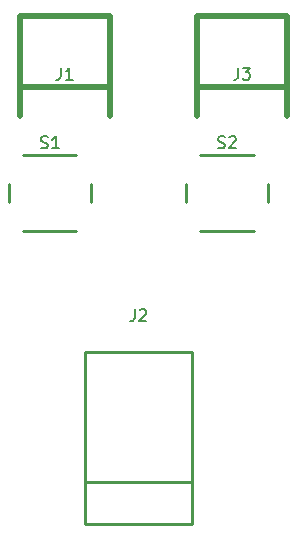
<source format=gbr>
G04 #@! TF.GenerationSoftware,KiCad,Pcbnew,(5.0.2)-1*
G04 #@! TF.CreationDate,2021-07-15T21:47:40+01:00*
G04 #@! TF.ProjectId,KICAD-CN-BAS2-03-03,4b494341-442d-4434-9e2d-424153322d30,rev?*
G04 #@! TF.SameCoordinates,Original*
G04 #@! TF.FileFunction,Legend,Top*
G04 #@! TF.FilePolarity,Positive*
%FSLAX46Y46*%
G04 Gerber Fmt 4.6, Leading zero omitted, Abs format (unit mm)*
G04 Created by KiCad (PCBNEW (5.0.2)-1) date 15/07/2021 21:47:40*
%MOMM*%
%LPD*%
G01*
G04 APERTURE LIST*
%ADD10C,0.500000*%
%ADD11C,0.250000*%
%ADD12C,0.150000*%
G04 APERTURE END LIST*
D10*
G04 #@! TO.C,J1*
X-10040000Y12015000D02*
X-10040000Y20515000D01*
X-2420000Y12015000D02*
X-2420000Y20515000D01*
X-10040000Y14515000D02*
X-2420000Y14515000D01*
X-10040000Y20515000D02*
X-2420000Y20515000D01*
D11*
G04 #@! TO.C,J2*
X-4500880Y-19000500D02*
X4500880Y-19000500D01*
X-4500880Y-22500620D02*
X4500880Y-22500620D01*
X4500880Y-22500620D02*
X4500880Y-7999760D01*
X4500880Y-7999760D02*
X-4500880Y-7999760D01*
X-4500880Y-7999760D02*
X-4500880Y-22500620D01*
D10*
G04 #@! TO.C,J3*
X4960000Y20515000D02*
X12580000Y20515000D01*
X4960000Y14515000D02*
X12580000Y14515000D01*
X12580000Y12015000D02*
X12580000Y20515000D01*
X4960000Y12015000D02*
X4960000Y20515000D01*
D11*
G04 #@! TO.C,S1*
X-9750000Y2250000D02*
X-5250000Y2250000D01*
X-11000000Y6250000D02*
X-11000000Y4750000D01*
X-5250000Y8750000D02*
X-9750000Y8750000D01*
X-4000000Y4750000D02*
X-4000000Y6250000D01*
G04 #@! TO.C,S2*
X11000000Y4750000D02*
X11000000Y6250000D01*
X9750000Y8750000D02*
X5250000Y8750000D01*
X4000000Y6250000D02*
X4000000Y4750000D01*
X5250000Y2250000D02*
X9750000Y2250000D01*
G04 #@! TO.C,J1*
D12*
X-6563333Y16102619D02*
X-6563333Y15388333D01*
X-6610952Y15245476D01*
X-6706190Y15150238D01*
X-6849047Y15102619D01*
X-6944285Y15102619D01*
X-5563333Y15102619D02*
X-6134761Y15102619D01*
X-5849047Y15102619D02*
X-5849047Y16102619D01*
X-5944285Y15959761D01*
X-6039523Y15864523D01*
X-6134761Y15816904D01*
G04 #@! TO.C,J2*
X-333333Y-4353340D02*
X-333333Y-5067626D01*
X-380952Y-5210483D01*
X-476190Y-5305721D01*
X-619047Y-5353340D01*
X-714285Y-5353340D01*
X95238Y-4448579D02*
X142857Y-4400960D01*
X238095Y-4353340D01*
X476190Y-4353340D01*
X571428Y-4400960D01*
X619047Y-4448579D01*
X666666Y-4543817D01*
X666666Y-4639055D01*
X619047Y-4781912D01*
X47619Y-5353340D01*
X666666Y-5353340D01*
G04 #@! TO.C,J3*
X8436666Y16102619D02*
X8436666Y15388333D01*
X8389047Y15245476D01*
X8293809Y15150238D01*
X8150952Y15102619D01*
X8055714Y15102619D01*
X8817619Y16102619D02*
X9436666Y16102619D01*
X9103333Y15721666D01*
X9246190Y15721666D01*
X9341428Y15674047D01*
X9389047Y15626428D01*
X9436666Y15531190D01*
X9436666Y15293095D01*
X9389047Y15197857D01*
X9341428Y15150238D01*
X9246190Y15102619D01*
X8960476Y15102619D01*
X8865238Y15150238D01*
X8817619Y15197857D01*
G04 #@! TO.C,S1*
X-8261904Y9345238D02*
X-8119047Y9297619D01*
X-7880952Y9297619D01*
X-7785714Y9345238D01*
X-7738095Y9392857D01*
X-7690476Y9488095D01*
X-7690476Y9583333D01*
X-7738095Y9678571D01*
X-7785714Y9726190D01*
X-7880952Y9773809D01*
X-8071428Y9821428D01*
X-8166666Y9869047D01*
X-8214285Y9916666D01*
X-8261904Y10011904D01*
X-8261904Y10107142D01*
X-8214285Y10202380D01*
X-8166666Y10250000D01*
X-8071428Y10297619D01*
X-7833333Y10297619D01*
X-7690476Y10250000D01*
X-6738095Y9297619D02*
X-7309523Y9297619D01*
X-7023809Y9297619D02*
X-7023809Y10297619D01*
X-7119047Y10154761D01*
X-7214285Y10059523D01*
X-7309523Y10011904D01*
G04 #@! TO.C,S2*
X6738095Y9345238D02*
X6880952Y9297619D01*
X7119047Y9297619D01*
X7214285Y9345238D01*
X7261904Y9392857D01*
X7309523Y9488095D01*
X7309523Y9583333D01*
X7261904Y9678571D01*
X7214285Y9726190D01*
X7119047Y9773809D01*
X6928571Y9821428D01*
X6833333Y9869047D01*
X6785714Y9916666D01*
X6738095Y10011904D01*
X6738095Y10107142D01*
X6785714Y10202380D01*
X6833333Y10250000D01*
X6928571Y10297619D01*
X7166666Y10297619D01*
X7309523Y10250000D01*
X7690476Y10202380D02*
X7738095Y10250000D01*
X7833333Y10297619D01*
X8071428Y10297619D01*
X8166666Y10250000D01*
X8214285Y10202380D01*
X8261904Y10107142D01*
X8261904Y10011904D01*
X8214285Y9869047D01*
X7642857Y9297619D01*
X8261904Y9297619D01*
G04 #@! TO.C,*
G04 #@! TD*
M02*

</source>
